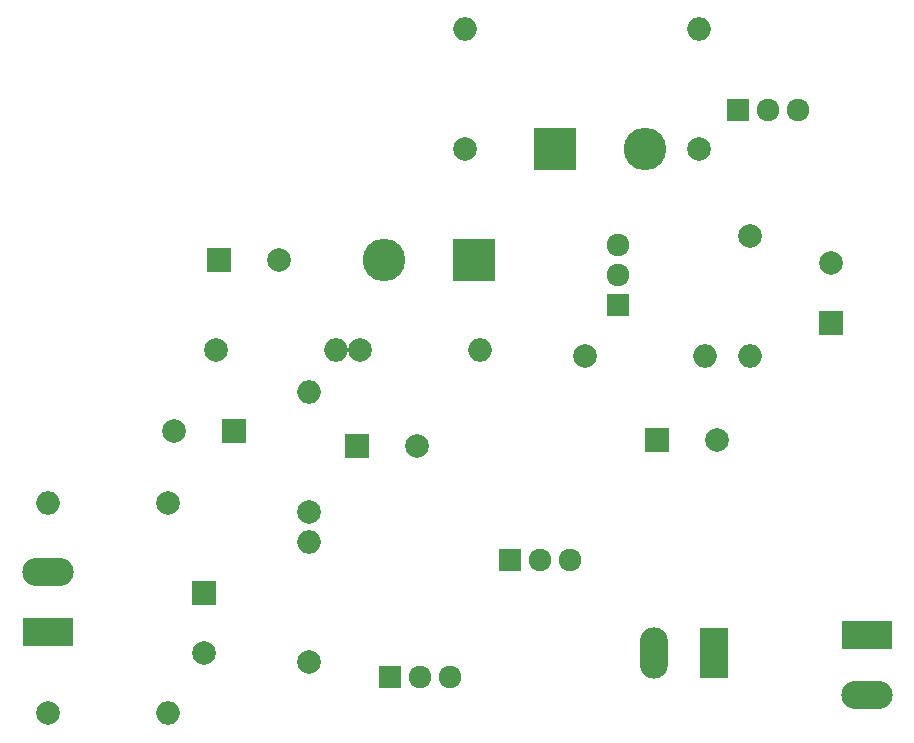
<source format=gbr>
G04 #@! TF.FileFunction,Soldermask,Top*
%FSLAX46Y46*%
G04 Gerber Fmt 4.6, Leading zero omitted, Abs format (unit mm)*
G04 Created by KiCad (PCBNEW 4.0.5) date 06/16/17 00:38:59*
%MOMM*%
%LPD*%
G01*
G04 APERTURE LIST*
%ADD10C,0.100000*%
%ADD11C,1.920000*%
%ADD12R,1.920000X1.920000*%
%ADD13R,2.000000X2.000000*%
%ADD14C,2.000000*%
%ADD15R,2.380000X4.360000*%
%ADD16O,2.380000X4.360000*%
%ADD17R,4.360000X2.380000*%
%ADD18O,4.360000X2.380000*%
%ADD19R,3.600000X3.600000*%
%ADD20O,3.600000X3.600000*%
%ADD21O,2.000000X2.000000*%
G04 APERTURE END LIST*
D10*
D11*
X111760000Y-105918000D03*
X111760000Y-103378000D03*
D12*
X111760000Y-108458000D03*
D13*
X78058000Y-104648000D03*
D14*
X83058000Y-104648000D03*
D15*
X119888000Y-137922000D03*
D16*
X114888000Y-137922000D03*
D17*
X63500000Y-136064000D03*
D18*
X63500000Y-131064000D03*
D13*
X76708000Y-132842000D03*
D14*
X76708000Y-137842000D03*
D13*
X89742000Y-120396000D03*
D14*
X94742000Y-120396000D03*
D13*
X79248000Y-119126000D03*
D14*
X74248000Y-119126000D03*
D13*
X115142000Y-119888000D03*
D14*
X120142000Y-119888000D03*
D13*
X129794000Y-109902000D03*
D14*
X129794000Y-104902000D03*
D19*
X99568000Y-104648000D03*
D20*
X91948000Y-104648000D03*
D19*
X106426000Y-95250000D03*
D20*
X114046000Y-95250000D03*
D17*
X132842000Y-136398000D03*
D18*
X132842000Y-141398000D03*
D11*
X94996000Y-139954000D03*
X97536000Y-139954000D03*
D12*
X92456000Y-139954000D03*
D11*
X105156000Y-130048000D03*
X107696000Y-130048000D03*
D12*
X102616000Y-130048000D03*
D11*
X124460000Y-91948000D03*
X127000000Y-91948000D03*
D12*
X121920000Y-91948000D03*
D14*
X63500000Y-143002000D03*
D21*
X73660000Y-143002000D03*
D14*
X73660000Y-125222000D03*
D21*
X63500000Y-125222000D03*
D14*
X85598000Y-138684000D03*
D21*
X85598000Y-128524000D03*
D14*
X85598000Y-125984000D03*
D21*
X85598000Y-115824000D03*
D14*
X98806000Y-95250000D03*
D21*
X98806000Y-85090000D03*
D14*
X77724000Y-112268000D03*
D21*
X87884000Y-112268000D03*
D14*
X89916000Y-112268000D03*
D21*
X100076000Y-112268000D03*
D14*
X118618000Y-95250000D03*
D21*
X118618000Y-85090000D03*
D14*
X122936000Y-102616000D03*
D21*
X122936000Y-112776000D03*
D14*
X108966000Y-112776000D03*
D21*
X119126000Y-112776000D03*
M02*

</source>
